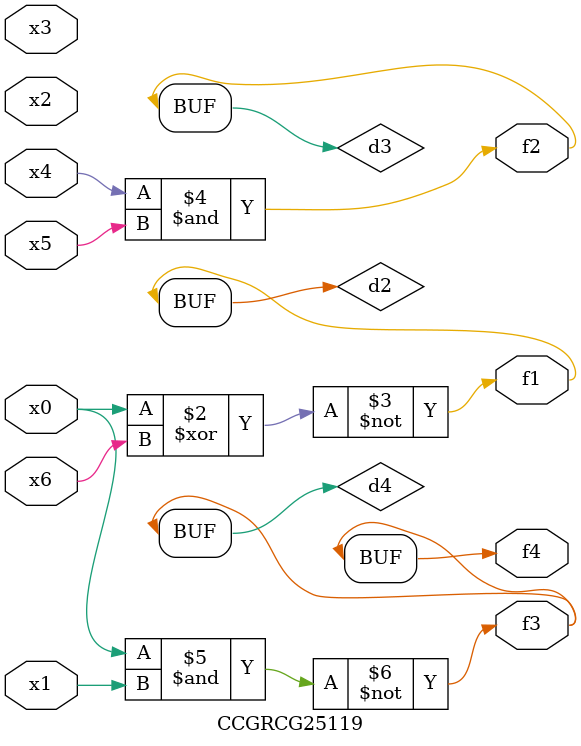
<source format=v>
module CCGRCG25119(
	input x0, x1, x2, x3, x4, x5, x6,
	output f1, f2, f3, f4
);

	wire d1, d2, d3, d4;

	nor (d1, x0);
	xnor (d2, x0, x6);
	and (d3, x4, x5);
	nand (d4, x0, x1);
	assign f1 = d2;
	assign f2 = d3;
	assign f3 = d4;
	assign f4 = d4;
endmodule

</source>
